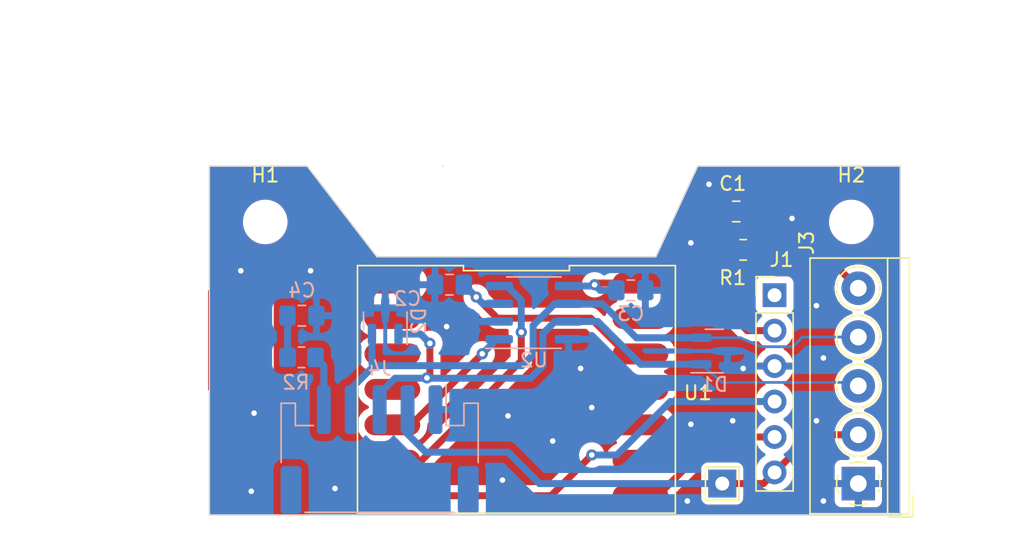
<source format=kicad_pcb>
(kicad_pcb (version 20221018) (generator pcbnew)
  (layers (0 "F.Cu" signal) (31 "B.Cu" signal) (34 "B.Paste" user) (35 "F.Paste" user) (36 "B.SilkS" user "B.Silkscreen") (37 "F.SilkS" user "F.Silkscreen") (38 "B.Mask" user) (39 "F.Mask" user) (44 "Edge.Cuts" user))
  (net 0 "")
  (net 1 "Net-(C1-Pad1)")
  (net 2 "GND")
  (net 3 "/CANH")
  (net 4 "/CANL")
  (net 6 "+5V")
  (net 7 "Net-(C4-Pad1)")
  (net 8 "+12V")
  (net 9 "Net-(J3-Pin_5)")
  (net 14 "/ESP_TX")
  (net 15 "/ESP_RX")
  (net 19 "+3.3V")
  (net 20 "/CAN_TXD")
  (net 21 "/CAN_RXD")
  (net 22 "Net-(J4-Pin_5)")
  (footprint "MountingHole:MountingHole_2.7mm_M2.5_DIN965" (layer "F.Cu") (at 132 90.5)
    (fp_text reference "H1" (at 0 -3.35) (layer "F.SilkS"))
    (fp_text value "MountingHole" hide)
    (pad "" np_thru_hole circle (at 0 0) (size 2.7 2.7) (drill 2.7) (layers "*.Cu" "*.Mask"))
  )
  (footprint "TestPoint:TestPoint_THTPad_2.0x2.0mm_Drill1.0mm" (layer "F.Cu") (at 164.75 109.25)
    (fp_text reference "J2" hide)
    (fp_text value "Conn_01x01" hide)
    (fp_line (start -1.2 -1.2) (end 1.2 -1.2) (stroke (width 0.12)) (layer "F.SilkS"))
    (fp_line (start -1.2 1.2) (end -1.2 -1.2) (stroke (width 0.12)) (layer "F.SilkS"))
    (fp_line (start 1.2 -1.2) (end 1.2 1.2) (stroke (width 0.12)) (layer "F.SilkS"))
    (fp_line (start 1.2 1.2) (end -1.2 1.2) (stroke (width 0.12)) (layer "F.SilkS"))
    (pad "1" thru_hole rect (at 0 0) (size 2 2) (drill 1) (layers "*.Cu" "*.Mask") (net 8 "+12V"))
  )
  (footprint "Connector_PinHeader_2.54mm:PinHeader_1x06_P2.54mm_Vertical" (layer "F.Cu") (at 168.5 95.75)
    (fp_text reference "J1" (at 0.5 -2.55) (layer "F.SilkS"))
    (fp_text value "Conn_01x06_Male" hide)
    (fp_line (start -1.33 -1.33) (end 0 -1.33) (stroke (width 0.12)) (layer "F.SilkS"))
    (fp_line (start -1.33 0) (end -1.33 -1.33) (stroke (width 0.12)) (layer "F.SilkS"))
    (fp_line (start -1.33 1.27) (end -1.33 14.03) (stroke (width 0.12)) (layer "F.SilkS"))
    (fp_line (start -1.33 1.27) (end 1.33 1.27) (stroke (width 0.12)) (layer "F.SilkS"))
    (fp_line (start -1.33 14.03) (end 1.33 14.03) (stroke (width 0.12)) (layer "F.SilkS"))
    (fp_line (start 1.33 1.27) (end 1.33 14.03) (stroke (width 0.12)) (layer "F.SilkS"))
    (pad "1" thru_hole rect (at 0 0) (size 1.7 1.7) (drill 1) (layers "*.Cu" "*.Mask"))
    (pad "2" thru_hole oval (at 0 2.54) (size 1.7 1.7) (drill 1) (layers "*.Cu" "*.Mask") (net 6 "+5V"))
    (pad "3" thru_hole oval (at 0 5.08) (size 1.7 1.7) (drill 1) (layers "*.Cu" "*.Mask") (net 2 "GND"))
    (pad "4" thru_hole oval (at 0 7.62) (size 1.7 1.7) (drill 1) (layers "*.Cu" "*.Mask") (net 14 "/ESP_TX"))
    (pad "5" thru_hole oval (at 0 10.16) (size 1.7 1.7) (drill 1) (layers "*.Cu" "*.Mask") (net 15 "/ESP_RX"))
    (pad "6" thru_hole oval (at 0 12.7) (size 1.7 1.7) (drill 1) (layers "*.Cu" "*.Mask") (net 8 "+12V"))
  )
  (footprint "Capacitor_SMD:C_0805_2012Metric_Pad1.18x1.45mm_HandSolder" (layer "F.Cu") (at 165.75 89.75)
    (fp_text reference "C1" (at -0.25 -2) (layer "F.SilkS"))
    (fp_text value ".68uF")
    (fp_line (start -0.261252 -0.735) (end 0.261252 -0.735) (stroke (width 0.12)) (layer "F.SilkS"))
    (fp_line (start -0.261252 0.735) (end 0.261252 0.735) (stroke (width 0.12)) (layer "F.SilkS"))
    (pad "1" smd roundrect (at -1.0375 0) (size 1.175 1.45) (layers "F.Cu" "F.Paste" "F.Mask") (roundrect_rratio 0.212766) (net 1 "Net-(C1-Pad1)"))
    (pad "2" smd roundrect (at 1.0375 0) (size 1.175 1.45) (layers "F.Cu" "F.Paste" "F.Mask") (roundrect_rratio 0.212766) (net 2 "GND"))
  )
  (footprint "custom:XIAO-ESP32C3_smt" (layer "F.Cu") (at 150 102.5 -90)
    (fp_text reference "U1" (at 0.25 -13) (layer "F.SilkS"))
    (fp_text value "XIAO-ESP32C3")
    (fp_line (start -8.87 -11.39) (end -8.87 -3.796666) (stroke (width 0.12)) (layer "F.SilkS"))
    (fp_line (start -8.87 -3.796666) (end -8.51 -3.796666) (stroke (width 0.12)) (layer "F.SilkS"))
    (fp_line (start -8.87 3.796666) (end -8.87 11.39) (stroke (width 0.12)) (layer "F.SilkS"))
    (fp_line (start -8.87 11.39) (end 8.87 11.39) (stroke (width 0.12)) (layer "F.SilkS"))
    (fp_line (start -8.51 -3.796666) (end -8.51 3.796666) (stroke (width 0.12)) (layer "F.SilkS"))
    (fp_line (start -8.51 3.796666) (end -8.87 3.796666) (stroke (width 0.12)) (layer "F.SilkS"))
    (fp_line (start 8.87 -11.39) (end -8.87 -11.39) (stroke (width 0.12)) (layer "F.SilkS"))
    (fp_line (start 8.87 11.39) (end 8.87 -11.39) (stroke (width 0.12)) (layer "F.SilkS"))
    (pad "1" smd oval (at -7.62 8.89 270) (size 1.5 4) (layers "F.Cu" "F.Paste" "F.Mask"))
    (pad "2" smd oval (at -5.08 8.89 270) (size 1.5 4) (layers "F.Cu" "F.Paste" "F.Mask"))
    (pad "3" smd oval (at -2.54 8.89 270) (size 1.5 4) (layers "F.Cu" "F.Paste" "F.Mask"))
    (pad "4" smd oval (at 0 8.89 270) (size 1.5 4) (layers "F.Cu" "F.Paste" "F.Mask"))
    (pad "5" smd oval (at 2.54 8.89 270) (size 1.5 4) (layers "F.Cu" "F.Paste" "F.Mask") (net 20 "/CAN_TXD"))
    (pad "6" smd oval (at 5.08 8.89 270) (size 1.5 4) (layers "F.Cu" "F.Paste" "F.Mask") (net 21 "/CAN_RXD"))
    (pad "7" smd oval (at 7.62 8.89 270) (size 1.5 4) (layers "F.Cu" "F.Paste" "F.Mask") (net 14 "/ESP_TX"))
    (pad "8" smd oval (at 7.62 -8.89 270) (size 1.5 4) (layers "F.Cu" "F.Paste" "F.Mask") (net 15 "/ESP_RX"))
    (pad "9" smd oval (at 5.08 -8.89 270) (size 1.5 4) (layers "F.Cu" "F.Paste" "F.Mask"))
    (pad "10" smd oval (at 2.54 -8.89 270) (size 1.5 4) (layers "F.Cu" "F.Paste" "F.Mask"))
    (pad "11" smd oval (at 0 -8.89 270) (size 1.5 4) (layers "F.Cu" "F.Paste" "F.Mask"))
    (pad "12" smd oval (at -2.54 -8.89 270) (size 1.5 4) (layers "F.Cu" "F.Paste" "F.Mask") (net 19 "+3.3V"))
    (pad "13" smd oval (at -5.08 -8.89 270) (size 1.5 4) (layers "F.Cu" "F.Paste" "F.Mask") (net 2 "GND"))
    (pad "14" smd oval (at -7.62 -8.89 270) (size 1.5 4) (layers "F.Cu" "F.Paste" "F.Mask") (net 6 "+5V"))
  )
  (footprint "TerminalBlock_4Ucon:TerminalBlock_4Ucon_1x05_P3.50mm_Horizontal" (layer "F.Cu") (at 174.5 109.25 90)
    (fp_text reference "J3" (at 17.25 -3.7 90) (layer "F.SilkS"))
    (fp_text value "Conn_01x05_Pin")
    (fp_line (start -2.4 2.16) (end -2.4 3.9) (stroke (width 0.12)) (layer "F.SilkS"))
    (fp_line (start -2.4 3.9) (end -0.9 3.9) (stroke (width 0.12)) (layer "F.SilkS"))
    (fp_line (start -2.16 -3.46) (end -2.16 3.66) (stroke (width 0.12)) (layer "F.SilkS"))
    (fp_line (start -2.16 -3.46) (end 16.16 -3.46) (stroke (width 0.12)) (layer "F.SilkS"))
    (fp_line (start -2.16 2.1) (end 16.16 2.1) (stroke (width 0.12)) (layer "F.SilkS"))
    (fp_line (start -2.16 3.66) (end 16.16 3.66) (stroke (width 0.12)) (layer "F.SilkS"))
    (fp_line (start 16.16 -3.46) (end 16.16 3.66) (stroke (width 0.12)) (layer "F.SilkS"))
    (fp_arc (start -1.432109 0.607742) (mid -1.555727 -0.00014) (end -1.432 -0.608) (stroke (width 0.12)) (layer "F.SilkS"))
    (fp_arc (start -0.607742 -1.432109) (mid 0.00014 -1.555727) (end 0.608 -1.432) (stroke (width 0.12)) (layer "F.SilkS"))
    (fp_arc (start 0.027011 1.555493) (mid -0.296984 1.527118) (end -0.608 1.432) (stroke (width 0.12)) (layer "F.SilkS"))
    (fp_arc (start 0.607587 1.431385) (mid 0.310017 1.523783) (end 0 1.555) (stroke (width 0.12)) (layer "F.SilkS"))
    (fp_arc (start 1.432109 -0.607742) (mid 1.555727 0.00014) (end 1.432 0.608) (stroke (width 0.12)) (layer "F.SilkS"))
    (fp_circle (center 3.5 0) (end 5.055 0) (stroke (width 0.12)) (fill none) (layer "F.SilkS"))
    (fp_circle (center 7 0) (end 8.555 0) (stroke (width 0.12)) (fill none) (layer "F.SilkS"))
    (fp_circle (center 10.5 0) (end 12.055 0) (stroke (width 0.12)) (fill none) (layer "F.SilkS"))
    (fp_circle (center 14 0) (end 15.555 0) (stroke (width 0.12)) (fill none) (layer "F.SilkS"))
    (pad "1" thru_hole rect (at 0 0 90) (size 2.4 2.4) (drill 1.2) (layers "*.Cu" "*.Mask") (net 2 "GND"))
    (pad "2" thru_hole circle (at 3.5 0 90) (size 2.4 2.4) (drill 1.2) (layers "*.Cu" "*.Mask") (net 8 "+12V"))
    (pad "3" thru_hole circle (at 7 0 90) (size 2.4 2.4) (drill 1.2) (layers "*.Cu" "*.Mask") (net 3 "/CANH"))
    (pad "4" thru_hole circle (at 10.5 0 90) (size 2.4 2.4) (drill 1.2) (layers "*.Cu" "*.Mask") (net 4 "/CANL"))
    (pad "5" thru_hole circle (at 14 0 90) (size 2.4 2.4) (drill 1.2) (layers "*.Cu" "*.Mask") (net 9 "Net-(J3-Pin_5)"))
  )
  (footprint "MountingHole:MountingHole_2.7mm_M2.5_DIN965" (layer "F.Cu") (at 174 90.5)
    (fp_text reference "H2" (at 0 -3.35) (layer "F.SilkS"))
    (fp_text value "MountingHole" hide)
    (pad "" np_thru_hole circle (at 0 0) (size 2.7 2.7) (drill 2.7) (layers "*.Cu" "*.Mask"))
  )
  (footprint "Resistor_SMD:R_0805_2012Metric_Pad1.20x1.40mm_HandSolder" (layer "F.Cu") (at 166.25 92.5 180)
    (fp_text reference "R1" (at 0.75 -2) (layer "F.SilkS"))
    (fp_text value "1")
    (fp_line (start -0.227064 -0.735) (end 0.227064 -0.735) (stroke (width 0.12)) (layer "F.SilkS"))
    (fp_line (start -0.227064 0.735) (end 0.227064 0.735) (stroke (width 0.12)) (layer "F.SilkS"))
    (pad "1" smd roundrect (at -1 0 180) (size 1.2 1.4) (layers "F.Cu" "F.Paste" "F.Mask") (roundrect_rratio 0.208333) (net 9 "Net-(J3-Pin_5)"))
    (pad "2" smd roundrect (at 1 0 180) (size 1.2 1.4) (layers "F.Cu" "F.Paste" "F.Mask") (roundrect_rratio 0.208333) (net 1 "Net-(C1-Pad1)"))
  )
  (footprint "Resistor_SMD:R_0805_2012Metric_Pad1.20x1.40mm_HandSolder" (layer "B.Cu") (at 134.6 100.2 180)
    (fp_text reference "R2" (at 0.4 -1.8) (layer "B.SilkS") (effects (justify mirror)))
    (fp_text value "1" hide)
    (fp_line (start -0.227064 -0.735) (end 0.227064 -0.735) (stroke (width 0.12)) (layer "B.SilkS"))
    (fp_line (start -0.227064 0.735) (end 0.227064 0.735) (stroke (width 0.12)) (layer "B.SilkS"))
    (pad "1" smd roundrect (at -1 0 180) (size 1.2 1.4) (layers "B.Cu" "B.Paste" "B.Mask") (roundrect_rratio 0.208333) (net 22 "Net-(J4-Pin_5)"))
    (pad "2" smd roundrect (at 1 0 180) (size 1.2 1.4) (layers "B.Cu" "B.Paste" "B.Mask") (roundrect_rratio 0.208333) (net 7 "Net-(C4-Pad1)"))
  )
  (footprint "Package_TO_SOT_SMD:SOT-23" (layer "B.Cu") (at 140.6 97.6 90)
    (fp_text reference "D2" (at 0 2.4 90) (layer "B.SilkS") (effects (justify mirror)))
    (fp_text value "PESD1CAN")
    (fp_line (start 0 -1.56) (end -0.65 -1.56) (stroke (width 0.12)) (layer "B.SilkS"))
    (fp_line (start 0 -1.56) (end 0.65 -1.56) (stroke (width 0.12)) (layer "B.SilkS"))
    (fp_line (start 0 1.56) (end -1.675 1.56) (stroke (width 0.12)) (layer "B.SilkS"))
    (fp_line (start 0 1.56) (end 0.65 1.56) (stroke (width 0.12)) (layer "B.SilkS"))
    (pad "1" smd roundrect (at -0.9375 0.95 90) (size 1.475 0.6) (layers "B.Cu" "B.Paste" "B.Mask") (net 3 "/CANH"))
    (pad "2" smd roundrect (at -0.9375 -0.95 90) (size 1.475 0.6) (layers "B.Cu" "B.Paste" "B.Mask") (net 4 "/CANL"))
    (pad "3" smd roundrect (at 0.9375 0 90) (size 1.475 0.6) (layers "B.Cu" "B.Paste" "B.Mask") (net 2 "GND"))
  )
  (footprint "Connector_JST:JST_PH_S5B-PH-SM4-TB_1x05-1MP_P2.00mm_Horizontal" (layer "B.Cu") (at 140.2 106.8 180)
    (fp_text reference "J4" (at 0 5.8) (layer "B.SilkS") (effects (justify mirror)))
    (fp_text value "Conn_01x05_Pin")
    (fp_line (start -7.06 -0.94) (end -7.06 3.31) (stroke (width 0.12)) (layer "B.SilkS"))
    (fp_line (start -7.06 3.31) (end -6.04 3.31) (stroke (width 0.12)) (layer "B.SilkS"))
    (fp_line (start -6.04 1.71) (end -4.76 1.71) (stroke (width 0.12)) (layer "B.SilkS"))
    (fp_line (start -6.04 3.31) (end -6.04 1.71) (stroke (width 0.12)) (layer "B.SilkS"))
    (fp_line (start -5.34 -4.51) (end 5.34 -4.51) (stroke (width 0.12)) (layer "B.SilkS"))
    (fp_line (start -4.76 1.71) (end -4.76 4.6) (stroke (width 0.12)) (layer "B.SilkS"))
    (fp_line (start 6.04 1.71) (end 4.76 1.71) (stroke (width 0.12)) (layer "B.SilkS"))
    (fp_line (start 6.04 3.31) (end 6.04 1.71) (stroke (width 0.12)) (layer "B.SilkS"))
    (fp_line (start 7.06 -0.94) (end 7.06 3.31) (stroke (width 0.12)) (layer "B.SilkS"))
    (fp_line (start 7.06 3.31) (end 6.04 3.31) (stroke (width 0.12)) (layer "B.SilkS"))
    (pad "1" smd roundrect (at -4 2.85 180) (size 1 3.5) (layers "B.Cu" "B.Paste" "B.Mask") (net 2 "GND"))
    (pad "2" smd roundrect (at -2 2.85 180) (size 1 3.5) (layers "B.Cu" "B.Paste" "B.Mask") (net 8 "+12V"))
    (pad "3" smd roundrect (at 0 2.85 180) (size 1 3.5) (layers "B.Cu" "B.Paste" "B.Mask") (net 3 "/CANH"))
    (pad "4" smd roundrect (at 2 2.85 180) (size 1 3.5) (layers "B.Cu" "B.Paste" "B.Mask") (net 4 "/CANL"))
    (pad "5" smd roundrect (at 4 2.85 180) (size 1 3.5) (layers "B.Cu" "B.Paste" "B.Mask") (net 22 "Net-(J4-Pin_5)"))
    (pad "MP" smd roundrect (at -6.35 -2.9 180) (size 1.5 3.4) (layers "B.Cu" "B.Paste" "B.Mask") (roundrect_rratio 0.166667))
    (pad "MP" smd roundrect (at 6.35 -2.9 180) (size 1.5 3.4) (layers "B.Cu" "B.Paste" "B.Mask") (roundrect_rratio 0.166667))
  )
  (footprint "Capacitor_SMD:C_0805_2012Metric_Pad1.18x1.45mm_HandSolder" (layer "B.Cu") (at 158.2 95.4)
    (fp_text reference "C3" (at 0 1.68) (layer "B.SilkS") (effects (justify mirror)))
    (fp_text value ".1uF")
    (fp_line (start -0.261252 -0.735) (end 0.261252 -0.735) (stroke (width 0.12)) (layer "B.SilkS"))
    (fp_line (start -0.261252 0.735) (end 0.261252 0.735) (stroke (width 0.12)) (layer "B.SilkS"))
    (pad "1" smd roundrect (at -1.0375 0) (size 1.175 1.45) (layers "B.Cu" "B.Paste" "B.Mask") (roundrect_rratio 0.212766) (net 6 "+5V"))
    (pad "2" smd roundrect (at 1.0375 0) (size 1.175 1.45) (layers "B.Cu" "B.Paste" "B.Mask") (roundrect_rratio 0.212766) (net 2 "GND"))
  )
  (footprint "Package_SO:SOIC-8_3.9x4.9mm_P1.27mm" (layer "B.Cu") (at 151.25 97)
    (fp_text reference "U2" (at 0 3.4) (layer "B.SilkS") (effects (justify mirror)))
    (fp_text value "TJA1042T-3")
    (fp_line (start 0 -2.56) (end -1.95 -2.56) (stroke (width 0.12)) (layer "B.SilkS"))
    (fp_line (start 0 -2.56) (end 1.95 -2.56) (stroke (width 0.12)) (layer "B.SilkS"))
    (fp_line (start 0 2.56) (end -3.45 2.56) (stroke (width 0.12)) (layer "B.SilkS"))
    (fp_line (start 0 2.56) (end 1.95 2.56) (stroke (width 0.12)) (layer "B.SilkS"))
    (pad "1" smd roundrect (at -2.475 1.905) (size 1.95 0.6) (layers "B.Cu" "B.Paste" "B.Mask") (net 20 "/CAN_TXD"))
    (pad "2" smd roundrect (at -2.475 0.635) (size 1.95 0.6) (layers "B.Cu" "B.Paste" "B.Mask") (net 2 "GND"))
    (pad "3" smd roundrect (at -2.475 -0.635) (size 1.95 0.6) (layers "B.Cu" "B.Paste" "B.Mask") (net 19 "+3.3V"))
    (pad "4" smd roundrect (at -2.475 -1.905) (size 1.95 0.6) (layers "B.Cu" "B.Paste" "B.Mask") (net 21 "/CAN_RXD"))
    (pad "5" smd roundrect (at 2.475 -1.905) (size 1.95 0.6) (layers "B.Cu" "B.Paste" "B.Mask") (net 6 "+5V"))
    (pad "6" smd roundrect (at 2.475 -0.635) (size 1.95 0.6) (layers "B.Cu" "B.Paste" "B.Mask") (net 4 "/CANL"))
    (pad "7" smd roundrect (at 2.475 0.635) (size 1.95 0.6) (layers "B.Cu" "B.Paste" "B.Mask") (net 3 "/CANH"))
    (pad "8" smd roundrect (at 2.475 1.905) (size 1.95 0.6) (layers "B.Cu" "B.Paste" "B.Mask") (net 2 "GND"))
  )
  (footprint "Capacitor_SMD:C_0805_2012Metric_Pad1.18x1.45mm_HandSolder" (layer "B.Cu") (at 145.2 95 180)
    (fp_text reference "C2" (at 3 -1) (layer "B.SilkS") (effects (justify mirror)))
    (fp_text value ".1uF")
    (fp_line (start -0.261252 -0.735) (end 0.261252 -0.735) (stroke (width 0.12)) (layer "B.SilkS"))
    (fp_line (start -0.261252 0.735) (end 0.261252 0.735) (stroke (width 0.12)) (layer "B.SilkS"))
    (pad "1" smd roundrect (at -1.0375 0 180) (size 1.175 1.45) (layers "B.Cu" "B.Paste" "B.Mask") (roundrect_rratio 0.212766) (net 19 "+3.3V"))
    (pad "2" smd roundrect (at 1.0375 0 180) (size 1.175 1.45) (layers "B.Cu" "B.Paste" "B.Mask") (roundrect_rratio 0.212766) (net 2 "GND"))
  )
  (footprint "Package_TO_SOT_SMD:SOT-23" (layer "B.Cu") (at 164.1875 99.75)
    (fp_text reference "D1" (at 0 2.4) (layer "B.SilkS") (effects (justify mirror)))
    (fp_text value "PESD1CAN")
    (fp_line (start 0 -1.56) (end -0.65 -1.56) (stroke (width 0.12)) (layer "B.SilkS"))
    (fp_line (start 0 -1.56) (end 0.65 -1.56) (stroke (width 0.12)) (layer "B.SilkS"))
    (fp_line (start 0 1.56) (end -1.675 1.56) (stroke (width 0.12)) (layer "B.SilkS"))
    (fp_line (start 0 1.56) (end 0.65 1.56) (stroke (width 0.12)) (layer "B.SilkS"))
    (pad "1" smd roundrect (at -0.9375 0.95) (size 1.475 0.6) (layers "B.Cu" "B.Paste" "B.Mask") (net 3 "/CANH"))
    (pad "2" smd roundrect (at -0.9375 -0.95) (size 1.475 0.6) (layers "B.Cu" "B.Paste" "B.Mask") (net 4 "/CANL"))
    (pad "3" smd roundrect (at 0.9375 0) (size 1.475 0.6) (layers "B.Cu" "B.Paste" "B.Mask") (net 2 "GND"))
  )
  (footprint "Capacitor_SMD:C_0805_2012Metric_Pad1.18x1.45mm_HandSolder" (layer "B.Cu") (at 134.63 97.22)
    (fp_text reference "C4" (at 0 -1.82) (layer "B.SilkS") (effects (justify mirror)))
    (fp_text value ".68uF" hide)
    (fp_line (start -0.261252 -0.735) (end 0.261252 -0.735) (stroke (width 0.12)) (layer "B.SilkS"))
    (fp_line (start -0.261252 0.735) (end 0.261252 0.735) (stroke (width 0.12)) (layer "B.SilkS"))
    (pad "1" smd roundrect (at -1.0375 0) (size 1.175 1.45) (layers "B.Cu" "B.Paste" "B.Mask") (roundrect_rratio 0.212766) (net 7 "Net-(C4-Pad1)"))
    (pad "2" smd roundrect (at 1.0375 0) (size 1.175 1.45) (layers "B.Cu" "B.Paste" "B.Mask") (roundrect_rratio 0.212766) (net 2 "GND"))
  )
  (gr_rect (start 128 95.5) (end 132 102.5) (stroke (width 0.2)) (fill solid) (layer "F.Cu"))
  (gr_line (start 128 86.5) (end 135 86.5) (stroke (width 0.1)) (layer "Edge.Cuts"))
  (gr_line (start 135 86.5) (end 140 93) (stroke (width 0.1)) (layer "Edge.Cuts"))
  (gr_line (start 177.5 86.5) (end 177.5 111.5) (stroke (width 0.1)) (layer "Edge.Cuts"))
  (gr_line (start 163 86.5) (end 177.5 86.5) (stroke (width 0.1)) (layer "Edge.Cuts"))
  (gr_line (start 144.75 86.5) (end 144.75 86.5) (stroke (width 0.1)) (layer "Edge.Cuts"))
  (gr_line (start 144.75 86.5) (end 144.75 86.5) (stroke (width 0.1)) (layer "Edge.Cuts"))
  (gr_line (start 128 111.5) (end 128 86.5) (stroke (width 0.1)) (layer "Edge.Cuts"))
  (gr_line (start 140 93) (end 160 93) (stroke (width 0.1)) (layer "Edge.Cuts"))
  (gr_line (start 177.5 111.5) (end 128 111.5) (stroke (width 0.1)) (layer "Edge.Cuts"))
  (gr_line (start 160 93) (end 163 86.5) (stroke (width 0.1)) (layer "Edge.Cuts"))
  (segment (start 165.25 92.5) (end 165.25 90.2875) (width 0.5) (layer "F.Cu") (net 1))
  (segment (start 165.25 90.2875) (end 164.7125 89.75) (width 0.5) (layer "F.Cu") (net 1))
  (via (at 137 109.6) (size 0.8) (drill 0.4) (layers "F.Cu" "B.Cu") (net 2))
  (via (at 155.4 103.8) (size 0.8) (drill 0.4) (layers "F.Cu" "B.Cu") (net 2))
  (via (at 152.6 106.2) (size 0.8) (drill 0.4) (layers "F.Cu" "B.Cu") (net 2))
  (via (at 149.4 104.4) (size 0.8) (drill 0.4) (layers "F.Cu" "B.Cu") (net 2))
  (via (at 131.2 104.2) (size 0.8) (drill 0.4) (layers "F.Cu" "B.Cu") (net 2))
  (via (at 162.5 92) (size 0.8) (drill 0.4) (layers "F.Cu" "B.Cu") (net 2))
  (via (at 135.25 94) (size 0.8) (drill 0.4) (layers "F.Cu" "B.Cu") (net 2))
  (via (at 166.25 101) (size 0.8) (drill 0.4) (layers "F.Cu" "B.Cu") (net 2))
  (via (at 154.6 101) (size 0.8) (drill 0.4) (layers "F.Cu" "B.Cu") (net 2))
  (via (at 171.5 104.75) (size 0.8) (drill 0.4) (layers "F.Cu" "B.Cu") (net 2))
  (via (at 163.8 87.8) (size 0.8) (drill 0.4) (layers "F.Cu" "B.Cu") (net 2))
  (via (at 149 109) (size 0.8) (drill 0.4) (layers "F.Cu" "B.Cu") (net 2))
  (via (at 145 98) (size 0.8) (drill 0.4) (layers "F.Cu" "B.Cu") (net 2))
  (via (at 162.5 105) (size 0.8) (drill 0.4) (layers "F.Cu" "B.Cu") (net 2))
  (via (at 165.5 104.75) (size 0.8) (drill 0.4) (layers "F.Cu" "B.Cu") (net 2))
  (via (at 162.25 110.5) (size 0.8) (drill 0.4) (layers "F.Cu" "B.Cu") (net 2))
  (via (at 130.25 94) (size 0.8) (drill 0.4) (layers "F.Cu" "B.Cu") (net 2))
  (via (at 172 100.25) (size 0.8) (drill 0.4) (layers "F.Cu" "B.Cu") (net 2))
  (via (at 171.5 96.5) (size 0.8) (drill 0.4) (layers "F.Cu" "B.Cu") (net 2))
  (via (at 169.75 90.25) (size 0.8) (drill 0.4) (layers "F.Cu" "B.Cu") (net 2))
  (via (at 131 109.8) (size 0.8) (drill 0.4) (layers "F.Cu" "B.Cu") (net 2))
  (via (at 172 110.5) (size 0.8) (drill 0.4) (layers "F.Cu" "B.Cu") (net 2))
  (segment (start 143.8 99.2) (end 143.8 101.7) (width 0.5) (layer "F.Cu") (net 3))
  (via (at 143.8 99.2) (size 0.8) (drill 0.4) (layers "F.Cu" "B.Cu") (net 3))
  (via (at 143.589143 101.675926) (size 0.8) (drill 0.4) (layers "F.Cu" "B.Cu") (net 3))
  (segment (start 174.5 102.25) (end 174.25 102) (width 0.2) (layer "B.Cu") (net 3))
  (segment (start 151.9 98.5) (end 151.9 100.8) (width 0.5) (layer "B.Cu") (net 3))
  (segment (start 164.75 102) (end 163.25 100.7) (width 0.2) (layer "B.Cu") (net 3))
  (segment (start 140.2 103.95) (end 140.2 102.8) (width 0.5) (layer "B.Cu") (net 3))
  (segment (start 140.2 102.8) (end 141.3 101.7) (width 0.5) (layer "B.Cu") (net 3))
  (segment (start 151.9 100.8) (end 151 101.7) (width 0.5) (layer "B.Cu") (net 3))
  (segment (start 155.835 97.635) (end 157.3 99.1) (width 0.5) (layer "B.Cu") (net 3))
  (segment (start 174.25 102) (end 164.75 102) (width 0.2) (layer "B.Cu") (net 3))
  (segment (start 157.3 99.1) (end 158.9 100.7) (width 0.5) (layer "B.Cu") (net 3))
  (segment (start 158.9 100.7) (end 163.25 100.7) (width 0.5) (layer "B.Cu") (net 3))
  (segment (start 141.3 101.7) (end 143.8 101.7) (width 0.5) (layer "B.Cu") (net 3))
  (segment (start 141.55 98.5375) (end 143.1375 98.5375) (width 0.5) (layer "B.Cu") (net 3))
  (segment (start 152.765 97.635) (end 151.9 98.5) (width 0.5) (layer "B.Cu") (net 3))
  (segment (start 143.1375 98.5375) (end 143.8 99.2) (width 0.5) (layer "B.Cu") (net 3))
  (segment (start 153.725 97.635) (end 152.765 97.635) (width 0.5) (layer "B.Cu") (net 3))
  (segment (start 143.8 101.7) (end 151 101.7) (width 0.5) (layer "B.Cu") (net 3))
  (segment (start 153.725 97.635) (end 155.835 97.635) (width 0.5) (layer "B.Cu") (net 3))
  (segment (start 174.5 98.75) (end 170.5 98.75) (width 0.2) (layer "B.Cu") (net 4))
  (segment (start 170.5 98.75) (end 169.81 99.44) (width 0.2) (layer "B.Cu") (net 4))
  (segment (start 156.15495 96.365) (end 158.58995 98.8) (width 0.5) (layer "B.Cu") (net 4))
  (segment (start 153.725 96.365) (end 156.15495 96.365) (width 0.5) (layer "B.Cu") (net 4))
  (segment (start 150.4 100.8) (end 151.2 100) (width 0.5) (layer "B.Cu") (net 4))
  (segment (start 158.58995 98.8) (end 163.25 98.8) (width 0.5) (layer "B.Cu") (net 4))
  (segment (start 152.750001 96.365) (end 153.725 96.365) (width 0.5) (layer "B.Cu") (net 4))
  (segment (start 138.2 102.4) (end 139.8 100.8) (width 0.5) (layer "B.Cu") (net 4))
  (segment (start 166.05 98.8) (end 163.25 98.8) (width 0.2) (layer "B.Cu") (net 4))
  (segment (start 139.65 98.5375) (end 139.65 100.65) (width 0.5) (layer "B.Cu") (net 4))
  (segment (start 167.5 99.44) (end 166.05 98.8) (width 0.2) (layer "B.Cu") (net 4))
  (segment (start 169.81 99.44) (end 167.5 99.44) (width 0.2) (layer "B.Cu") (net 4))
  (segment (start 139.8 100.8) (end 150.4 100.8) (width 0.5) (layer "B.Cu") (net 4))
  (segment (start 151.2 97.915001) (end 152.750001 96.365) (width 0.5) (layer "B.Cu") (net 4))
  (segment (start 138.2 103.95) (end 138.2 102.4) (width 0.5) (layer "B.Cu") (net 4))
  (segment (start 139.65 100.65) (end 139.8 100.8) (width 0.5) (layer "B.Cu") (net 4))
  (segment (start 151.2 100) (end 151.2 97.915001) (width 0.5) (layer "B.Cu") (net 4))
  (segment (start 166.54 98.29) (end 163.13 94.88) (width 0.5) (layer "F.Cu") (net 6))
  (segment (start 163.13 94.88) (end 158.89 94.88) (width 0.5) (layer "F.Cu") (net 6))
  (segment (start 168.5 98.29) (end 166.54 98.29) (width 0.5) (layer "F.Cu") (net 6))
  (segment (start 155.72 94.88) (end 155.6 95) (width 0.5) (layer "F.Cu") (net 6))
  (segment (start 158.89 94.88) (end 155.72 94.88) (width 0.5) (layer "F.Cu") (net 6))
  (via (at 155.6 95) (size 0.8) (drill 0.4) (layers "F.Cu" "B.Cu") (net 6))
  (segment (start 155.505 95.095) (end 155.6 95) (width 0.5) (layer "B.Cu") (net 6))
  (segment (start 156 95.4) (end 155.6 95) (width 0.5) (layer "B.Cu") (net 6))
  (segment (start 153.725 95.095) (end 155.505 95.095) (width 0.5) (layer "B.Cu") (net 6))
  (segment (start 157.1625 95.4) (end 156 95.4) (width 0.5) (layer "B.Cu") (net 6))
  (segment (start 133.6 100.2) (end 133.6 97.2275) (width 0.5) (layer "B.Cu") (net 7))
  (segment (start 133.6 97.2275) (end 133.5925 97.22) (width 0.5) (layer "B.Cu") (net 7))
  (segment (start 165.5 110) (end 164.75 109.25) (width 0.5) (layer "F.Cu") (net 8))
  (segment (start 171.2 105.75) (end 168.5 108.45) (width 0.5) (layer "F.Cu") (net 8))
  (segment (start 174.5 105.75) (end 171.2 105.75) (width 0.5) (layer "F.Cu") (net 8))
  (segment (start 164.75 109.25) (end 167.7 109.25) (width 0.5) (layer "F.Cu") (net 8))
  (segment (start 167.7 109.25) (end 168.5 108.45) (width 0.5) (layer "F.Cu") (net 8))
  (segment (start 151.65 109.25) (end 149.4 107) (width 0.5) (layer "B.Cu") (net 8))
  (segment (start 149.4 107) (end 143.5 107) (width 0.5) (layer "B.Cu") (net 8))
  (segment (start 143.5 107) (end 142.2 105.7) (width 0.5) (layer "B.Cu") (net 8))
  (segment (start 164.75 109.25) (end 151.65 109.25) (width 0.5) (layer "B.Cu") (net 8))
  (segment (start 142.2 105.7) (end 142.2 103.95) (width 0.5) (layer "B.Cu") (net 8))
  (segment (start 171.75 92.5) (end 167.25 92.5) (width 0.5) (layer "F.Cu") (net 9))
  (segment (start 174.5 95.25) (end 171.75 92.5) (width 0.5) (layer "F.Cu") (net 9))
  (segment (start 152.48 110.12) (end 141.11 110.12) (width 0.5) (layer "F.Cu") (net 14))
  (segment (start 155.4 107.2) (end 152.48 110.12) (width 0.5) (layer "F.Cu") (net 14))
  (via (at 155.4 107.2) (size 0.8) (drill 0.4) (layers "F.Cu" "B.Cu") (net 14))
  (segment (start 157.2 107.2) (end 161.03 103.37) (width 0.5) (layer "B.Cu") (net 14))
  (segment (start 155.4 107.2) (end 157.2 107.2) (width 0.5) (layer "B.Cu") (net 14))
  (segment (start 168.5 103.37) (end 168.17 103.7) (width 0.5) (layer "B.Cu") (net 14))
  (segment (start 161.03 103.37) (end 168.5 103.37) (width 0.5) (layer "B.Cu") (net 14))
  (segment (start 168.5 105.91) (end 164.34 105.91) (width 0.5) (layer "F.Cu") (net 15))
  (segment (start 164.34 105.91) (end 160.13 110.12) (width 0.5) (layer "F.Cu") (net 15))
  (segment (start 160.13 110.12) (end 158.89 110.12) (width 0.5) (layer "F.Cu") (net 15))
  (segment (start 147.11875 95.88125) (end 148.6375 97.4) (width 0.5) (layer "F.Cu") (net 19))
  (segment (start 155.33 97.4) (end 157.89 99.96) (width 0.5) (layer "F.Cu") (net 19))
  (segment (start 157.89 99.96) (end 158.89 99.96) (width 0.5) (layer "F.Cu") (net 19))
  (segment (start 148.6375 97.4) (end 155.33 97.4) (width 0.5) (layer "F.Cu") (net 19))
  (via (at 147.11875 95.88125) (size 0.8) (drill 0.4) (layers "F.Cu" "B.Cu") (net 19))
  (segment (start 147.11875 95.88125) (end 147.6025 96.365) (width 0.5) (layer "B.Cu") (net 19))
  (segment (start 148.775 96.365) (end 147.6025 96.365) (width 0.5) (layer "B.Cu") (net 19))
  (segment (start 147.6025 96.365) (end 146.2375 95) (width 0.5) (layer "B.Cu") (net 19))
  (segment (start 147.55 99.95) (end 142.46 105.04) (width 0.5) (layer "F.Cu") (net 20))
  (segment (start 142.46 105.04) (end 141.11 105.04) (width 0.5) (layer "F.Cu") (net 20))
  (via (at 147.55 99.95) (size 0.8) (drill 0.4) (layers "F.Cu" "B.Cu") (net 20))
  (segment (start 148.595 98.905) (end 148.775 98.905) (width 0.5) (layer "B.Cu") (net 20))
  (segment (start 147.55 99.95) (end 148.595 98.905) (width 0.5) (layer "B.Cu") (net 20))
  (segment (start 150.349499 100.450501) (end 143.22 107.58) (width 0.5) (layer "F.Cu") (net 21))
  (segment (start 150.349499 98.4) (end 150.349499 100.450501) (width 0.5) (layer "F.Cu") (net 21))
  (segment (start 143.22 107.58) (end 141.11 107.58) (width 0.5) (layer "F.Cu") (net 21))
  (via (at 150.349499 98.4) (size 0.8) (drill 0.4) (layers "F.Cu" "B.Cu") (net 21))
  (segment (start 150.349499 96.111815) (end 149.332684 95.095) (width 0.5) (layer "B.Cu") (net 21))
  (segment (start 148.155 95.095) (end 148.775 95.095) (width 0.5) (layer "B.Cu") (net 21))
  (segment (start 150.349499 98.4) (end 150.349499 96.111815) (width 0.5) (layer "B.Cu") (net 21))
  (segment (start 149.332684 95.095) (end 148.775 95.095) (width 0.5) (layer "B.Cu") (net 21))
  (segment (start 136.2 103.95) (end 136.2 100.8) (width 0.5) (layer "B.Cu") (net 22))
  (segment (start 136.2 100.8) (end 135.6 100.2) (width 0.5) (layer "B.Cu") (net 22))
  (zone (net 2) (net_name "GND") (layers "F&B.Cu") (connect_pads (clearance 0.508)) (min_thickness 0.25) (fill yes (thermal_gap 0.5) (thermal_bridge_width 0.5))
    (polygon (pts (xy 128 86.5) (xy 135 86.5) (xy 140 93) (xy 160 93) (xy 163 86.5) (xy 177.5 86.5) (xy 177.5 111.5) (xy 128 111.5) (xy 128 95.25)))
  )
)
</source>
